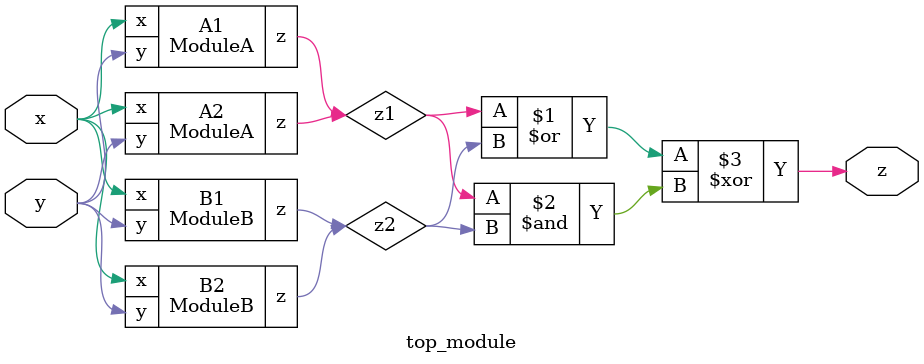
<source format=sv>
module ModuleA(
    input x,
    input y,
    output z
);

assign z = (x ^ y) & x;

endmodule
module ModuleB(
    input x,
    input y,
    output z
);

assign z = ~((x ^ y) & x);

endmodule
module top_module(
    input x,
    input y,
    output z
);

wire z1, z2;

ModuleA A1(
    .x(x),
    .y(y),
    .z(z1)
);

ModuleB B1(
    .x(x),
    .y(y),
    .z(z2)
);

ModuleA A2(
    .x(x),
    .y(y),
    .z(z1)
);

ModuleB B2(
    .x(x),
    .y(y),
    .z(z2)
);

assign z = (z1 | z2) ^ (z1 & z2);

endmodule

</source>
